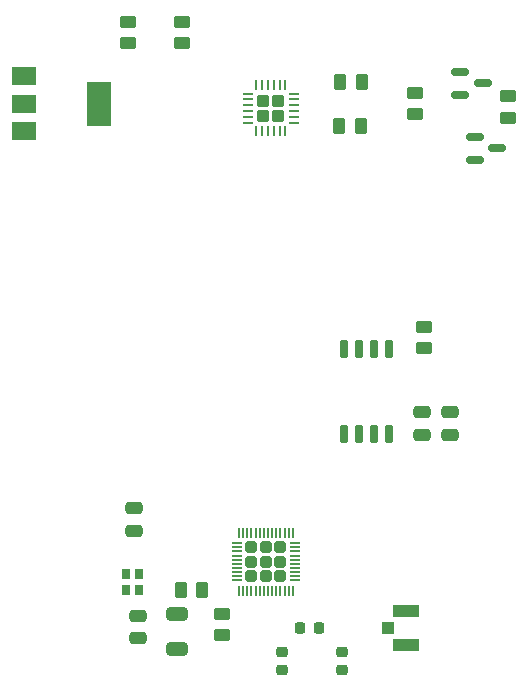
<source format=gbr>
%TF.GenerationSoftware,KiCad,Pcbnew,6.0.11-3.fc37*%
%TF.CreationDate,2023-03-10T11:04:47-06:00*%
%TF.ProjectId,ESP32,45535033-322e-46b6-9963-61645f706362,rev?*%
%TF.SameCoordinates,Original*%
%TF.FileFunction,Paste,Top*%
%TF.FilePolarity,Positive*%
%FSLAX46Y46*%
G04 Gerber Fmt 4.6, Leading zero omitted, Abs format (unit mm)*
G04 Created by KiCad (PCBNEW 6.0.11-3.fc37) date 2023-03-10 11:04:47*
%MOMM*%
%LPD*%
G01*
G04 APERTURE LIST*
G04 Aperture macros list*
%AMRoundRect*
0 Rectangle with rounded corners*
0 $1 Rounding radius*
0 $2 $3 $4 $5 $6 $7 $8 $9 X,Y pos of 4 corners*
0 Add a 4 corners polygon primitive as box body*
4,1,4,$2,$3,$4,$5,$6,$7,$8,$9,$2,$3,0*
0 Add four circle primitives for the rounded corners*
1,1,$1+$1,$2,$3*
1,1,$1+$1,$4,$5*
1,1,$1+$1,$6,$7*
1,1,$1+$1,$8,$9*
0 Add four rect primitives between the rounded corners*
20,1,$1+$1,$2,$3,$4,$5,0*
20,1,$1+$1,$4,$5,$6,$7,0*
20,1,$1+$1,$6,$7,$8,$9,0*
20,1,$1+$1,$8,$9,$2,$3,0*%
G04 Aperture macros list end*
%ADD10RoundRect,0.150000X-0.150000X0.650000X-0.150000X-0.650000X0.150000X-0.650000X0.150000X0.650000X0*%
%ADD11R,1.050000X1.000000*%
%ADD12R,2.200000X1.050000*%
%ADD13R,2.000000X1.500000*%
%ADD14R,2.000000X3.800000*%
%ADD15RoundRect,0.250000X-0.262500X-0.450000X0.262500X-0.450000X0.262500X0.450000X-0.262500X0.450000X0*%
%ADD16R,0.800000X0.900000*%
%ADD17RoundRect,0.250000X-0.450000X0.262500X-0.450000X-0.262500X0.450000X-0.262500X0.450000X0.262500X0*%
%ADD18RoundRect,0.250000X0.450000X-0.262500X0.450000X0.262500X-0.450000X0.262500X-0.450000X-0.262500X0*%
%ADD19RoundRect,0.218750X0.218750X0.256250X-0.218750X0.256250X-0.218750X-0.256250X0.218750X-0.256250X0*%
%ADD20RoundRect,0.150000X-0.587500X-0.150000X0.587500X-0.150000X0.587500X0.150000X-0.587500X0.150000X0*%
%ADD21RoundRect,0.250000X0.475000X-0.250000X0.475000X0.250000X-0.475000X0.250000X-0.475000X-0.250000X0*%
%ADD22RoundRect,0.225000X-0.250000X0.225000X-0.250000X-0.225000X0.250000X-0.225000X0.250000X0.225000X0*%
%ADD23RoundRect,0.250000X-0.475000X0.250000X-0.475000X-0.250000X0.475000X-0.250000X0.475000X0.250000X0*%
%ADD24RoundRect,0.250000X-0.275000X0.275000X-0.275000X-0.275000X0.275000X-0.275000X0.275000X0.275000X0*%
%ADD25RoundRect,0.062500X-0.062500X0.350000X-0.062500X-0.350000X0.062500X-0.350000X0.062500X0.350000X0*%
%ADD26RoundRect,0.062500X-0.350000X0.062500X-0.350000X-0.062500X0.350000X-0.062500X0.350000X0.062500X0*%
%ADD27RoundRect,0.250000X-0.650000X0.325000X-0.650000X-0.325000X0.650000X-0.325000X0.650000X0.325000X0*%
%ADD28RoundRect,0.247500X0.247500X-0.247500X0.247500X0.247500X-0.247500X0.247500X-0.247500X-0.247500X0*%
%ADD29RoundRect,0.050000X0.050000X-0.350000X0.050000X0.350000X-0.050000X0.350000X-0.050000X-0.350000X0*%
%ADD30RoundRect,0.050000X0.350000X-0.050000X0.350000X0.050000X-0.350000X0.050000X-0.350000X-0.050000X0*%
G04 APERTURE END LIST*
D10*
%TO.C,U3*%
X80405000Y-52000000D03*
X79135000Y-52000000D03*
X77865000Y-52000000D03*
X76595000Y-52000000D03*
X76595000Y-59200000D03*
X77865000Y-59200000D03*
X79135000Y-59200000D03*
X80405000Y-59200000D03*
%TD*%
D11*
%TO.C,AE1*%
X80350000Y-75600000D03*
D12*
X81875000Y-77075000D03*
X81875000Y-74125000D03*
%TD*%
D13*
%TO.C,U1*%
X49550000Y-28900000D03*
D14*
X55850000Y-31200000D03*
D13*
X49550000Y-31200000D03*
X49550000Y-33500000D03*
%TD*%
D15*
%TO.C,R9*%
X76212500Y-33075000D03*
X78037500Y-33075000D03*
%TD*%
D16*
%TO.C,Y1*%
X59250000Y-72400000D03*
X59250000Y-71000000D03*
X58150000Y-71000000D03*
X58150000Y-72400000D03*
%TD*%
D17*
%TO.C,R7*%
X58300000Y-24287500D03*
X58300000Y-26112500D03*
%TD*%
D18*
%TO.C,R6*%
X82600000Y-32112500D03*
X82600000Y-30287500D03*
%TD*%
D17*
%TO.C,R5*%
X90500000Y-30575000D03*
X90500000Y-32400000D03*
%TD*%
D19*
%TO.C,L1*%
X74487500Y-75600000D03*
X72912500Y-75600000D03*
%TD*%
D18*
%TO.C,R4*%
X83400000Y-51912500D03*
X83400000Y-50087500D03*
%TD*%
D20*
%TO.C,Q2*%
X86462500Y-28550000D03*
X86462500Y-30450000D03*
X88337500Y-29500000D03*
%TD*%
D21*
%TO.C,C9*%
X59200000Y-76450000D03*
X59200000Y-74550000D03*
%TD*%
D15*
%TO.C,R8*%
X76287500Y-29400000D03*
X78112500Y-29400000D03*
%TD*%
D22*
%TO.C,C3*%
X76400000Y-77625000D03*
X76400000Y-79175000D03*
%TD*%
D18*
%TO.C,FB1*%
X66300000Y-76212500D03*
X66300000Y-74387500D03*
%TD*%
D23*
%TO.C,C10*%
X58800000Y-65450000D03*
X58800000Y-67350000D03*
%TD*%
D24*
%TO.C,U4*%
X71050000Y-32250000D03*
X69750000Y-32250000D03*
X69750000Y-30950000D03*
X71050000Y-30950000D03*
D25*
X71650000Y-29662500D03*
X71150000Y-29662500D03*
X70650000Y-29662500D03*
X70150000Y-29662500D03*
X69650000Y-29662500D03*
X69150000Y-29662500D03*
D26*
X68462500Y-30350000D03*
X68462500Y-30850000D03*
X68462500Y-31350000D03*
X68462500Y-31850000D03*
X68462500Y-32350000D03*
X68462500Y-32850000D03*
D25*
X69150000Y-33537500D03*
X69650000Y-33537500D03*
X70150000Y-33537500D03*
X70650000Y-33537500D03*
X71150000Y-33537500D03*
X71650000Y-33537500D03*
D26*
X72337500Y-32850000D03*
X72337500Y-32350000D03*
X72337500Y-31850000D03*
X72337500Y-31350000D03*
X72337500Y-30850000D03*
X72337500Y-30350000D03*
%TD*%
D21*
%TO.C,C17*%
X83200000Y-59250000D03*
X83200000Y-57350000D03*
%TD*%
D27*
%TO.C,C15*%
X62500000Y-74425000D03*
X62500000Y-77375000D03*
%TD*%
D15*
%TO.C,R3*%
X62787500Y-72400000D03*
X64612500Y-72400000D03*
%TD*%
D28*
%TO.C,U2*%
X70000000Y-71230000D03*
X68770000Y-71230000D03*
X71230000Y-71230000D03*
X71230000Y-70000000D03*
X70000000Y-70000000D03*
X71230000Y-68770000D03*
X68770000Y-68770000D03*
X70000000Y-68770000D03*
X68770000Y-70000000D03*
D29*
X67725000Y-72450000D03*
X68075000Y-72450000D03*
X68425000Y-72450000D03*
X68775000Y-72450000D03*
X69125000Y-72450000D03*
X69475000Y-72450000D03*
X69825000Y-72450000D03*
X70175000Y-72450000D03*
X70525000Y-72450000D03*
X70875000Y-72450000D03*
X71225000Y-72450000D03*
X71575000Y-72450000D03*
X71925000Y-72450000D03*
X72275000Y-72450000D03*
D30*
X72450000Y-71575000D03*
X72450000Y-71225000D03*
X72450000Y-70875000D03*
X72450000Y-70525000D03*
X72450000Y-70175000D03*
X72450000Y-69825000D03*
X72450000Y-69475000D03*
X72450000Y-69125000D03*
X72450000Y-68775000D03*
X72450000Y-68425000D03*
D29*
X72275000Y-67550000D03*
X71925000Y-67550000D03*
X71575000Y-67550000D03*
X71225000Y-67550000D03*
X70875000Y-67550000D03*
X70525000Y-67550000D03*
X70175000Y-67550000D03*
X69825000Y-67550000D03*
X69475000Y-67550000D03*
X69125000Y-67550000D03*
X68775000Y-67550000D03*
X68425000Y-67550000D03*
X68075000Y-67550000D03*
X67725000Y-67550000D03*
D30*
X67550000Y-68425000D03*
X67550000Y-68775000D03*
X67550000Y-69125000D03*
X67550000Y-69475000D03*
X67550000Y-69825000D03*
X67550000Y-70175000D03*
X67550000Y-70525000D03*
X67550000Y-70875000D03*
X67550000Y-71225000D03*
X67550000Y-71575000D03*
%TD*%
D22*
%TO.C,C5*%
X71400000Y-77625000D03*
X71400000Y-79175000D03*
%TD*%
D20*
%TO.C,Q1*%
X87662500Y-34050000D03*
X87662500Y-35950000D03*
X89537500Y-35000000D03*
%TD*%
D18*
%TO.C,R1*%
X62900000Y-26112500D03*
X62900000Y-24287500D03*
%TD*%
D21*
%TO.C,C8*%
X85600000Y-59250000D03*
X85600000Y-57350000D03*
%TD*%
M02*

</source>
